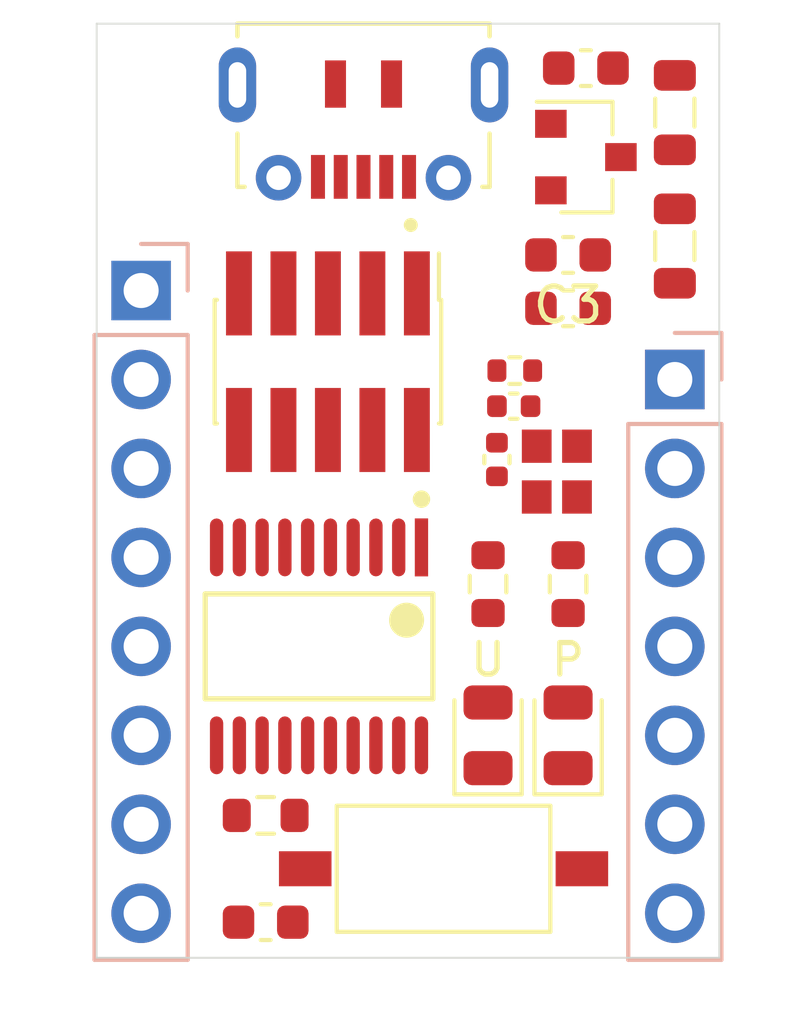
<source format=kicad_pcb>
(kicad_pcb (version 20171130) (host pcbnew "(5.1.10)-1")

  (general
    (thickness 1.6)
    (drawings 6)
    (tracks 0)
    (zones 0)
    (modules 22)
    (nets 35)
  )

  (page A4)
  (layers
    (0 F.Cu signal)
    (31 B.Cu signal)
    (32 B.Adhes user)
    (33 F.Adhes user)
    (34 B.Paste user)
    (35 F.Paste user)
    (36 B.SilkS user)
    (37 F.SilkS user)
    (38 B.Mask user)
    (39 F.Mask user)
    (40 Dwgs.User user)
    (41 Cmts.User user)
    (42 Eco1.User user)
    (43 Eco2.User user)
    (44 Edge.Cuts user)
    (45 Margin user)
    (46 B.CrtYd user)
    (47 F.CrtYd user)
    (48 B.Fab user)
    (49 F.Fab user hide)
  )

  (setup
    (last_trace_width 0.25)
    (trace_clearance 0.2)
    (zone_clearance 0.508)
    (zone_45_only no)
    (trace_min 0.2)
    (via_size 0.8)
    (via_drill 0.4)
    (via_min_size 0.4)
    (via_min_drill 0.3)
    (uvia_size 0.3)
    (uvia_drill 0.1)
    (uvias_allowed no)
    (uvia_min_size 0.2)
    (uvia_min_drill 0.1)
    (edge_width 0.05)
    (segment_width 0.2)
    (pcb_text_width 0.3)
    (pcb_text_size 1.5 1.5)
    (mod_edge_width 0.12)
    (mod_text_size 1 1)
    (mod_text_width 0.15)
    (pad_size 1.524 1.524)
    (pad_drill 0.762)
    (pad_to_mask_clearance 0)
    (aux_axis_origin 0 0)
    (visible_elements FFFFFF7F)
    (pcbplotparams
      (layerselection 0x010fc_ffffffff)
      (usegerberextensions false)
      (usegerberattributes true)
      (usegerberadvancedattributes true)
      (creategerberjobfile true)
      (excludeedgelayer true)
      (linewidth 0.100000)
      (plotframeref false)
      (viasonmask false)
      (mode 1)
      (useauxorigin false)
      (hpglpennumber 1)
      (hpglpenspeed 20)
      (hpglpendiameter 15.000000)
      (psnegative false)
      (psa4output false)
      (plotreference true)
      (plotvalue true)
      (plotinvisibletext false)
      (padsonsilk false)
      (subtractmaskfromsilk false)
      (outputformat 1)
      (mirror false)
      (drillshape 1)
      (scaleselection 1)
      (outputdirectory ""))
  )

  (net 0 "")
  (net 1 GND)
  (net 2 "Net-(C1-Pad1)")
  (net 3 "Net-(C2-Pad1)")
  (net 4 +3V3)
  (net 5 "Net-(C5-Pad2)")
  (net 6 "Net-(C6-Pad1)")
  (net 7 "Net-(D1-Pad2)")
  (net 8 "Net-(D2-Pad2)")
  (net 9 +5V)
  (net 10 "Net-(FB1-Pad1)")
  (net 11 "Net-(J1-Pad6)")
  (net 12 "Net-(J1-Pad4)")
  (net 13 "Net-(J1-Pad3)")
  (net 14 "Net-(J1-Pad2)")
  (net 15 NRESET)
  (net 16 "Net-(J2-Pad8)")
  (net 17 "Net-(J2-Pad7)")
  (net 18 "Net-(J2-Pad6)")
  (net 19 SWDCLK)
  (net 20 SWDIO)
  (net 21 A0)
  (net 22 A1)
  (net 23 A2)
  (net 24 A3)
  (net 25 A4)
  (net 26 A5)
  (net 27 A6)
  (net 28 A7)
  (net 29 UART_RX)
  (net 30 UART_TX)
  (net 31 I2C_SCL)
  (net 32 I2C_SDA)
  (net 33 LED_USER)
  (net 34 "Net-(R4-Pad1)")

  (net_class Default "This is the default net class."
    (clearance 0.2)
    (trace_width 0.25)
    (via_dia 0.8)
    (via_drill 0.4)
    (uvia_dia 0.3)
    (uvia_drill 0.1)
    (add_net +3V3)
    (add_net +5V)
    (add_net A0)
    (add_net A1)
    (add_net A2)
    (add_net A3)
    (add_net A4)
    (add_net A5)
    (add_net A6)
    (add_net A7)
    (add_net GND)
    (add_net I2C_SCL)
    (add_net I2C_SDA)
    (add_net LED_USER)
    (add_net NRESET)
    (add_net "Net-(C1-Pad1)")
    (add_net "Net-(C2-Pad1)")
    (add_net "Net-(C5-Pad2)")
    (add_net "Net-(C6-Pad1)")
    (add_net "Net-(D1-Pad2)")
    (add_net "Net-(D2-Pad2)")
    (add_net "Net-(FB1-Pad1)")
    (add_net "Net-(J1-Pad2)")
    (add_net "Net-(J1-Pad3)")
    (add_net "Net-(J1-Pad4)")
    (add_net "Net-(J1-Pad6)")
    (add_net "Net-(J2-Pad6)")
    (add_net "Net-(J2-Pad7)")
    (add_net "Net-(J2-Pad8)")
    (add_net "Net-(R4-Pad1)")
    (add_net SWDCLK)
    (add_net SWDIO)
    (add_net UART_RX)
    (add_net UART_TX)
  )

  (module devboard-stm32g030f6p6:osc_ssd_7F32000E12UCG (layer F.Cu) (tedit 618B0C38) (tstamp 618DA267)
    (at 115.436 83.185 270)
    (path /618EA730)
    (fp_text reference Y1 (at 1.45 -2.66 90) (layer F.SilkS) hide
      (effects (font (size 1 1) (thickness 0.15)))
    )
    (fp_text value 32MHz (at 1.45 -3.93 90) (layer F.Fab)
      (effects (font (size 1 1) (thickness 0.15)))
    )
    (pad 4 smd rect (at 0 -1.15 270) (size 0.95 0.85) (layers F.Cu F.Paste F.Mask)
      (net 6 "Net-(C6-Pad1)"))
    (pad 3 smd rect (at 1.45 -1.15 270) (size 0.95 0.85) (layers F.Cu F.Paste F.Mask)
      (net 1 GND))
    (pad 2 smd rect (at 1.45 0 270) (size 0.95 0.85) (layers F.Cu F.Paste F.Mask)
      (net 5 "Net-(C5-Pad2)"))
    (pad 1 smd rect (at 0 0 270) (size 0.95 0.85) (layers F.Cu F.Paste F.Mask)
      (net 1 GND))
  )

  (module Package_TO_SOT_SMD:SOT-23 (layer F.Cu) (tedit 5A02FF57) (tstamp 618DA25F)
    (at 116.84 74.93)
    (descr "SOT-23, Standard")
    (tags SOT-23)
    (path /618B3187)
    (attr smd)
    (fp_text reference U2 (at 0 -2.5) (layer F.SilkS) hide
      (effects (font (size 1 1) (thickness 0.15)))
    )
    (fp_text value XC6206P332MR (at 0 2.5) (layer F.Fab)
      (effects (font (size 1 1) (thickness 0.15)))
    )
    (fp_text user %R (at 0 0 90) (layer F.Fab)
      (effects (font (size 0.5 0.5) (thickness 0.075)))
    )
    (fp_line (start -0.7 -0.95) (end -0.7 1.5) (layer F.Fab) (width 0.1))
    (fp_line (start -0.15 -1.52) (end 0.7 -1.52) (layer F.Fab) (width 0.1))
    (fp_line (start -0.7 -0.95) (end -0.15 -1.52) (layer F.Fab) (width 0.1))
    (fp_line (start 0.7 -1.52) (end 0.7 1.52) (layer F.Fab) (width 0.1))
    (fp_line (start -0.7 1.52) (end 0.7 1.52) (layer F.Fab) (width 0.1))
    (fp_line (start 0.76 1.58) (end 0.76 0.65) (layer F.SilkS) (width 0.12))
    (fp_line (start 0.76 -1.58) (end 0.76 -0.65) (layer F.SilkS) (width 0.12))
    (fp_line (start -1.7 -1.75) (end 1.7 -1.75) (layer F.CrtYd) (width 0.05))
    (fp_line (start 1.7 -1.75) (end 1.7 1.75) (layer F.CrtYd) (width 0.05))
    (fp_line (start 1.7 1.75) (end -1.7 1.75) (layer F.CrtYd) (width 0.05))
    (fp_line (start -1.7 1.75) (end -1.7 -1.75) (layer F.CrtYd) (width 0.05))
    (fp_line (start 0.76 -1.58) (end -1.4 -1.58) (layer F.SilkS) (width 0.12))
    (fp_line (start 0.76 1.58) (end -0.7 1.58) (layer F.SilkS) (width 0.12))
    (pad 3 smd rect (at 1 0) (size 0.9 0.8) (layers F.Cu F.Paste F.Mask)
      (net 3 "Net-(C2-Pad1)"))
    (pad 2 smd rect (at -1 0.95) (size 0.9 0.8) (layers F.Cu F.Paste F.Mask)
      (net 4 +3V3))
    (pad 1 smd rect (at -1 -0.95) (size 0.9 0.8) (layers F.Cu F.Paste F.Mask)
      (net 1 GND))
    (model ${KISYS3DMOD}/Package_TO_SOT_SMD.3dshapes/SOT-23.wrl
      (at (xyz 0 0 0))
      (scale (xyz 1 1 1))
      (rotate (xyz 0 0 0))
    )
  )

  (module eec:STMicroelectronics-TSSOP20-YA-0-3-IPC_B (layer F.Cu) (tedit 5EF165E5) (tstamp 618DA24A)
    (at 109.22 88.9 270)
    (path /618ADFC0)
    (fp_text reference U1 (at -0.762 -8.89 180) (layer F.SilkS) hide
      (effects (font (size 1 1) (thickness 0.15)) (justify right))
    )
    (fp_text value STM32G030F6P6 (at 0 0 180) (layer F.SilkS) hide
      (effects (font (size 1.27 1.27) (thickness 0.15)))
    )
    (fp_line (start -2.2 3.25) (end -2.2 -3.25) (layer F.Fab) (width 0.15))
    (fp_line (start -2.2 -3.25) (end 2.2 -3.25) (layer F.Fab) (width 0.15))
    (fp_line (start 2.2 -3.25) (end 2.2 3.25) (layer F.Fab) (width 0.15))
    (fp_line (start 2.2 3.25) (end -2.2 3.25) (layer F.Fab) (width 0.15))
    (fp_line (start 3.8281 -3.425) (end 3.8281 -3.425) (layer F.CrtYd) (width 0.15))
    (fp_line (start 3.8281 -3.425) (end -3.8281 -3.425) (layer F.CrtYd) (width 0.15))
    (fp_line (start -3.8281 -3.425) (end -3.8281 3.425) (layer F.CrtYd) (width 0.15))
    (fp_line (start -3.8281 3.425) (end 3.8281 3.425) (layer F.CrtYd) (width 0.15))
    (fp_line (start 3.8281 3.425) (end 3.8281 -3.425) (layer F.CrtYd) (width 0.15))
    (fp_line (start -1.497864 3.25) (end -1.497864 -3.25) (layer F.SilkS) (width 0.15))
    (fp_line (start -1.497864 -3.25) (end 1.497864 -3.25) (layer F.SilkS) (width 0.15))
    (fp_line (start 1.497864 -3.25) (end 1.497864 3.25) (layer F.SilkS) (width 0.15))
    (fp_line (start 1.497864 3.25) (end -1.497864 3.25) (layer F.SilkS) (width 0.15))
    (fp_circle (center -0.747864 -2.5) (end -0.497864 -2.5) (layer F.SilkS) (width 0.5))
    (fp_circle (center -4.2031 -2.925) (end -4.0781 -2.925) (layer F.SilkS) (width 0.25))
    (pad 20 smd roundrect (at 2.825482 -2.925 270) (size 1.655236 0.380766) (layers F.Cu F.Paste F.Mask) (roundrect_rratio 0.5)
      (net 30 UART_TX))
    (pad 19 smd roundrect (at 2.825482 -2.275 270) (size 1.655236 0.380766) (layers F.Cu F.Paste F.Mask) (roundrect_rratio 0.5)
      (net 19 SWDCLK))
    (pad 18 smd roundrect (at 2.825482 -1.625 270) (size 1.655236 0.380766) (layers F.Cu F.Paste F.Mask) (roundrect_rratio 0.5)
      (net 20 SWDIO))
    (pad 17 smd roundrect (at 2.825482 -0.975 270) (size 1.655236 0.380766) (layers F.Cu F.Paste F.Mask) (roundrect_rratio 0.5)
      (net 32 I2C_SDA))
    (pad 16 smd roundrect (at 2.825482 -0.325 270) (size 1.655236 0.380766) (layers F.Cu F.Paste F.Mask) (roundrect_rratio 0.5)
      (net 31 I2C_SCL))
    (pad 15 smd roundrect (at 2.825482 0.325 270) (size 1.655236 0.380766) (layers F.Cu F.Paste F.Mask) (roundrect_rratio 0.5)
      (net 33 LED_USER))
    (pad 14 smd roundrect (at 2.825482 0.975 270) (size 1.655236 0.380766) (layers F.Cu F.Paste F.Mask) (roundrect_rratio 0.5)
      (net 28 A7))
    (pad 13 smd roundrect (at 2.825482 1.625 270) (size 1.655236 0.380766) (layers F.Cu F.Paste F.Mask) (roundrect_rratio 0.5)
      (net 27 A6))
    (pad 12 smd roundrect (at 2.825482 2.275 270) (size 1.655236 0.380766) (layers F.Cu F.Paste F.Mask) (roundrect_rratio 0.5)
      (net 26 A5))
    (pad 11 smd roundrect (at 2.825482 2.925 270) (size 1.655236 0.380766) (layers F.Cu F.Paste F.Mask) (roundrect_rratio 0.5)
      (net 25 A4))
    (pad 10 smd roundrect (at -2.825482 2.925 270) (size 1.655236 0.380766) (layers F.Cu F.Paste F.Mask) (roundrect_rratio 0.5)
      (net 24 A3))
    (pad 9 smd roundrect (at -2.825482 2.275 270) (size 1.655236 0.380766) (layers F.Cu F.Paste F.Mask) (roundrect_rratio 0.5)
      (net 23 A2))
    (pad 8 smd roundrect (at -2.825482 1.625 270) (size 1.655236 0.380766) (layers F.Cu F.Paste F.Mask) (roundrect_rratio 0.5)
      (net 22 A1))
    (pad 7 smd roundrect (at -2.825482 0.975 270) (size 1.655236 0.380766) (layers F.Cu F.Paste F.Mask) (roundrect_rratio 0.5)
      (net 21 A0))
    (pad 6 smd roundrect (at -2.825482 0.325 270) (size 1.655236 0.380766) (layers F.Cu F.Paste F.Mask) (roundrect_rratio 0.5)
      (net 15 NRESET))
    (pad 5 smd roundrect (at -2.825482 -0.325 270) (size 1.655236 0.380766) (layers F.Cu F.Paste F.Mask) (roundrect_rratio 0.5)
      (net 1 GND))
    (pad 4 smd roundrect (at -2.825482 -0.975 270) (size 1.655236 0.380766) (layers F.Cu F.Paste F.Mask) (roundrect_rratio 0.5)
      (net 4 +3V3))
    (pad 3 smd roundrect (at -2.825482 -1.625 270) (size 1.655236 0.380766) (layers F.Cu F.Paste F.Mask) (roundrect_rratio 0.5)
      (net 34 "Net-(R4-Pad1)"))
    (pad 2 smd roundrect (at -2.825482 -2.275 270) (size 1.655236 0.380766) (layers F.Cu F.Paste F.Mask) (roundrect_rratio 0.5)
      (net 5 "Net-(C5-Pad2)"))
    (pad 1 smd rect (at -2.825482 -2.925 270) (size 1.655236 0.380766) (layers F.Cu F.Paste F.Mask)
      (net 29 UART_RX))
    (model eec.models/STMicroelectronics_-_STM32G030F6P6.step
      (at (xyz 0 0 0))
      (scale (xyz 1 1 1))
      (rotate (xyz 0 0 0))
    )
  )

  (module devboard-stm32g030f6p6:button_ts_1092s_b3d2_g (layer F.Cu) (tedit 618B1526) (tstamp 618DA223)
    (at 112.776 95.25)
    (path /6195DF25)
    (fp_text reference SW1 (at 0 0) (layer F.SilkS) hide
      (effects (font (size 1 1) (thickness 0.15)))
    )
    (fp_text value Reset (at 0.667 -4.861) (layer F.Fab)
      (effects (font (size 1 1) (thickness 0.15)))
    )
    (fp_line (start -3.05 -1.8) (end -3.05 1.8) (layer F.SilkS) (width 0.12))
    (fp_line (start -3.05 1.8) (end 3.05 1.8) (layer F.SilkS) (width 0.12))
    (fp_line (start 3.05 1.8) (end 3.05 -1.8) (layer F.SilkS) (width 0.12))
    (fp_line (start 3.05 -1.8) (end -3.05 -1.8) (layer F.SilkS) (width 0.12))
    (pad 1 smd rect (at -3.95 0) (size 1.5 1) (layers F.Cu F.Paste F.Mask)
      (net 2 "Net-(C1-Pad1)"))
    (pad 2 smd rect (at 3.95 0) (size 1.5 1) (layers F.Cu F.Paste F.Mask)
      (net 1 GND))
  )

  (module Resistor_SMD:R_0402_1005Metric (layer F.Cu) (tedit 5F68FEEE) (tstamp 618DA219)
    (at 114.81 81.026)
    (descr "Resistor SMD 0402 (1005 Metric), square (rectangular) end terminal, IPC_7351 nominal, (Body size source: IPC-SM-782 page 72, https://www.pcb-3d.com/wordpress/wp-content/uploads/ipc-sm-782a_amendment_1_and_2.pdf), generated with kicad-footprint-generator")
    (tags resistor)
    (path /618F1DE3)
    (attr smd)
    (fp_text reference R4 (at 0 -1.17) (layer F.SilkS) hide
      (effects (font (size 1 1) (thickness 0.15)))
    )
    (fp_text value 330 (at 0 1.17) (layer F.Fab)
      (effects (font (size 1 1) (thickness 0.15)))
    )
    (fp_text user %R (at 0 0) (layer F.Fab)
      (effects (font (size 0.26 0.26) (thickness 0.04)))
    )
    (fp_line (start -0.525 0.27) (end -0.525 -0.27) (layer F.Fab) (width 0.1))
    (fp_line (start -0.525 -0.27) (end 0.525 -0.27) (layer F.Fab) (width 0.1))
    (fp_line (start 0.525 -0.27) (end 0.525 0.27) (layer F.Fab) (width 0.1))
    (fp_line (start 0.525 0.27) (end -0.525 0.27) (layer F.Fab) (width 0.1))
    (fp_line (start -0.153641 -0.38) (end 0.153641 -0.38) (layer F.SilkS) (width 0.12))
    (fp_line (start -0.153641 0.38) (end 0.153641 0.38) (layer F.SilkS) (width 0.12))
    (fp_line (start -0.93 0.47) (end -0.93 -0.47) (layer F.CrtYd) (width 0.05))
    (fp_line (start -0.93 -0.47) (end 0.93 -0.47) (layer F.CrtYd) (width 0.05))
    (fp_line (start 0.93 -0.47) (end 0.93 0.47) (layer F.CrtYd) (width 0.05))
    (fp_line (start 0.93 0.47) (end -0.93 0.47) (layer F.CrtYd) (width 0.05))
    (pad 2 smd roundrect (at 0.51 0) (size 0.54 0.64) (layers F.Cu F.Paste F.Mask) (roundrect_rratio 0.25)
      (net 6 "Net-(C6-Pad1)"))
    (pad 1 smd roundrect (at -0.51 0) (size 0.54 0.64) (layers F.Cu F.Paste F.Mask) (roundrect_rratio 0.25)
      (net 34 "Net-(R4-Pad1)"))
    (model ${KISYS3DMOD}/Resistor_SMD.3dshapes/R_0402_1005Metric.wrl
      (at (xyz 0 0 0))
      (scale (xyz 1 1 1))
      (rotate (xyz 0 0 0))
    )
  )

  (module Resistor_SMD:R_0603_1608Metric (layer F.Cu) (tedit 5F68FEEE) (tstamp 618DA208)
    (at 107.696 93.726)
    (descr "Resistor SMD 0603 (1608 Metric), square (rectangular) end terminal, IPC_7351 nominal, (Body size source: IPC-SM-782 page 72, https://www.pcb-3d.com/wordpress/wp-content/uploads/ipc-sm-782a_amendment_1_and_2.pdf), generated with kicad-footprint-generator")
    (tags resistor)
    (path /61959E92)
    (attr smd)
    (fp_text reference R3 (at 2.54 0) (layer F.SilkS) hide
      (effects (font (size 1 1) (thickness 0.15)))
    )
    (fp_text value 330 (at 0 1.43) (layer F.Fab)
      (effects (font (size 1 1) (thickness 0.15)))
    )
    (fp_text user %R (at 0 0) (layer F.Fab)
      (effects (font (size 0.4 0.4) (thickness 0.06)))
    )
    (fp_line (start -0.8 0.4125) (end -0.8 -0.4125) (layer F.Fab) (width 0.1))
    (fp_line (start -0.8 -0.4125) (end 0.8 -0.4125) (layer F.Fab) (width 0.1))
    (fp_line (start 0.8 -0.4125) (end 0.8 0.4125) (layer F.Fab) (width 0.1))
    (fp_line (start 0.8 0.4125) (end -0.8 0.4125) (layer F.Fab) (width 0.1))
    (fp_line (start -0.237258 -0.5225) (end 0.237258 -0.5225) (layer F.SilkS) (width 0.12))
    (fp_line (start -0.237258 0.5225) (end 0.237258 0.5225) (layer F.SilkS) (width 0.12))
    (fp_line (start -1.48 0.73) (end -1.48 -0.73) (layer F.CrtYd) (width 0.05))
    (fp_line (start -1.48 -0.73) (end 1.48 -0.73) (layer F.CrtYd) (width 0.05))
    (fp_line (start 1.48 -0.73) (end 1.48 0.73) (layer F.CrtYd) (width 0.05))
    (fp_line (start 1.48 0.73) (end -1.48 0.73) (layer F.CrtYd) (width 0.05))
    (pad 2 smd roundrect (at 0.825 0) (size 0.8 0.95) (layers F.Cu F.Paste F.Mask) (roundrect_rratio 0.25)
      (net 2 "Net-(C1-Pad1)"))
    (pad 1 smd roundrect (at -0.825 0) (size 0.8 0.95) (layers F.Cu F.Paste F.Mask) (roundrect_rratio 0.25)
      (net 15 NRESET))
    (model ${KISYS3DMOD}/Resistor_SMD.3dshapes/R_0603_1608Metric.wrl
      (at (xyz 0 0 0))
      (scale (xyz 1 1 1))
      (rotate (xyz 0 0 0))
    )
  )

  (module Resistor_SMD:R_0603_1608Metric (layer F.Cu) (tedit 5F68FEEE) (tstamp 618DA1F7)
    (at 116.332 87.122 270)
    (descr "Resistor SMD 0603 (1608 Metric), square (rectangular) end terminal, IPC_7351 nominal, (Body size source: IPC-SM-782 page 72, https://www.pcb-3d.com/wordpress/wp-content/uploads/ipc-sm-782a_amendment_1_and_2.pdf), generated with kicad-footprint-generator")
    (tags resistor)
    (path /6193C9A1)
    (attr smd)
    (fp_text reference R2 (at 0 -1.43 90) (layer F.SilkS) hide
      (effects (font (size 1 1) (thickness 0.15)))
    )
    (fp_text value 10k (at 0 1.43 90) (layer F.Fab)
      (effects (font (size 1 1) (thickness 0.15)))
    )
    (fp_text user %R (at 0 0 90) (layer F.Fab)
      (effects (font (size 0.4 0.4) (thickness 0.06)))
    )
    (fp_line (start -0.8 0.4125) (end -0.8 -0.4125) (layer F.Fab) (width 0.1))
    (fp_line (start -0.8 -0.4125) (end 0.8 -0.4125) (layer F.Fab) (width 0.1))
    (fp_line (start 0.8 -0.4125) (end 0.8 0.4125) (layer F.Fab) (width 0.1))
    (fp_line (start 0.8 0.4125) (end -0.8 0.4125) (layer F.Fab) (width 0.1))
    (fp_line (start -0.237258 -0.5225) (end 0.237258 -0.5225) (layer F.SilkS) (width 0.12))
    (fp_line (start -0.237258 0.5225) (end 0.237258 0.5225) (layer F.SilkS) (width 0.12))
    (fp_line (start -1.48 0.73) (end -1.48 -0.73) (layer F.CrtYd) (width 0.05))
    (fp_line (start -1.48 -0.73) (end 1.48 -0.73) (layer F.CrtYd) (width 0.05))
    (fp_line (start 1.48 -0.73) (end 1.48 0.73) (layer F.CrtYd) (width 0.05))
    (fp_line (start 1.48 0.73) (end -1.48 0.73) (layer F.CrtYd) (width 0.05))
    (pad 2 smd roundrect (at 0.825 0 270) (size 0.8 0.95) (layers F.Cu F.Paste F.Mask) (roundrect_rratio 0.25)
      (net 8 "Net-(D2-Pad2)"))
    (pad 1 smd roundrect (at -0.825 0 270) (size 0.8 0.95) (layers F.Cu F.Paste F.Mask) (roundrect_rratio 0.25)
      (net 4 +3V3))
    (model ${KISYS3DMOD}/Resistor_SMD.3dshapes/R_0603_1608Metric.wrl
      (at (xyz 0 0 0))
      (scale (xyz 1 1 1))
      (rotate (xyz 0 0 0))
    )
  )

  (module Resistor_SMD:R_0603_1608Metric (layer F.Cu) (tedit 5F68FEEE) (tstamp 618DA1E6)
    (at 114.046 87.122 270)
    (descr "Resistor SMD 0603 (1608 Metric), square (rectangular) end terminal, IPC_7351 nominal, (Body size source: IPC-SM-782 page 72, https://www.pcb-3d.com/wordpress/wp-content/uploads/ipc-sm-782a_amendment_1_and_2.pdf), generated with kicad-footprint-generator")
    (tags resistor)
    (path /61939803)
    (attr smd)
    (fp_text reference R1 (at 0 -1.43 90) (layer F.SilkS) hide
      (effects (font (size 1 1) (thickness 0.15)))
    )
    (fp_text value 10k (at 0 1.43 90) (layer F.Fab)
      (effects (font (size 1 1) (thickness 0.15)))
    )
    (fp_text user %R (at 0 0 90) (layer F.Fab)
      (effects (font (size 0.4 0.4) (thickness 0.06)))
    )
    (fp_line (start -0.8 0.4125) (end -0.8 -0.4125) (layer F.Fab) (width 0.1))
    (fp_line (start -0.8 -0.4125) (end 0.8 -0.4125) (layer F.Fab) (width 0.1))
    (fp_line (start 0.8 -0.4125) (end 0.8 0.4125) (layer F.Fab) (width 0.1))
    (fp_line (start 0.8 0.4125) (end -0.8 0.4125) (layer F.Fab) (width 0.1))
    (fp_line (start -0.237258 -0.5225) (end 0.237258 -0.5225) (layer F.SilkS) (width 0.12))
    (fp_line (start -0.237258 0.5225) (end 0.237258 0.5225) (layer F.SilkS) (width 0.12))
    (fp_line (start -1.48 0.73) (end -1.48 -0.73) (layer F.CrtYd) (width 0.05))
    (fp_line (start -1.48 -0.73) (end 1.48 -0.73) (layer F.CrtYd) (width 0.05))
    (fp_line (start 1.48 -0.73) (end 1.48 0.73) (layer F.CrtYd) (width 0.05))
    (fp_line (start 1.48 0.73) (end -1.48 0.73) (layer F.CrtYd) (width 0.05))
    (pad 2 smd roundrect (at 0.825 0 270) (size 0.8 0.95) (layers F.Cu F.Paste F.Mask) (roundrect_rratio 0.25)
      (net 7 "Net-(D1-Pad2)"))
    (pad 1 smd roundrect (at -0.825 0 270) (size 0.8 0.95) (layers F.Cu F.Paste F.Mask) (roundrect_rratio 0.25)
      (net 33 LED_USER))
    (model ${KISYS3DMOD}/Resistor_SMD.3dshapes/R_0603_1608Metric.wrl
      (at (xyz 0 0 0))
      (scale (xyz 1 1 1))
      (rotate (xyz 0 0 0))
    )
  )

  (module Connector_PinHeader_2.54mm:PinHeader_1x07_P2.54mm_Vertical (layer B.Cu) (tedit 59FED5CC) (tstamp 618DA1D5)
    (at 119.38 81.28 180)
    (descr "Through hole straight pin header, 1x07, 2.54mm pitch, single row")
    (tags "Through hole pin header THT 1x07 2.54mm single row")
    (path /619143D3)
    (fp_text reference J4 (at 0 2.33) (layer B.SilkS) hide
      (effects (font (size 1 1) (thickness 0.15)) (justify mirror))
    )
    (fp_text value Pins_Left (at 0 -17.57) (layer B.Fab)
      (effects (font (size 1 1) (thickness 0.15)) (justify mirror))
    )
    (fp_text user %R (at 0 -7.62 270) (layer B.Fab)
      (effects (font (size 1 1) (thickness 0.15)) (justify mirror))
    )
    (fp_line (start -0.635 1.27) (end 1.27 1.27) (layer B.Fab) (width 0.1))
    (fp_line (start 1.27 1.27) (end 1.27 -16.51) (layer B.Fab) (width 0.1))
    (fp_line (start 1.27 -16.51) (end -1.27 -16.51) (layer B.Fab) (width 0.1))
    (fp_line (start -1.27 -16.51) (end -1.27 0.635) (layer B.Fab) (width 0.1))
    (fp_line (start -1.27 0.635) (end -0.635 1.27) (layer B.Fab) (width 0.1))
    (fp_line (start -1.33 -16.57) (end 1.33 -16.57) (layer B.SilkS) (width 0.12))
    (fp_line (start -1.33 -1.27) (end -1.33 -16.57) (layer B.SilkS) (width 0.12))
    (fp_line (start 1.33 -1.27) (end 1.33 -16.57) (layer B.SilkS) (width 0.12))
    (fp_line (start -1.33 -1.27) (end 1.33 -1.27) (layer B.SilkS) (width 0.12))
    (fp_line (start -1.33 0) (end -1.33 1.33) (layer B.SilkS) (width 0.12))
    (fp_line (start -1.33 1.33) (end 0 1.33) (layer B.SilkS) (width 0.12))
    (fp_line (start -1.8 1.8) (end -1.8 -17.05) (layer B.CrtYd) (width 0.05))
    (fp_line (start -1.8 -17.05) (end 1.8 -17.05) (layer B.CrtYd) (width 0.05))
    (fp_line (start 1.8 -17.05) (end 1.8 1.8) (layer B.CrtYd) (width 0.05))
    (fp_line (start 1.8 1.8) (end -1.8 1.8) (layer B.CrtYd) (width 0.05))
    (pad 7 thru_hole oval (at 0 -15.24 180) (size 1.7 1.7) (drill 1) (layers *.Cu *.Mask)
      (net 31 I2C_SCL))
    (pad 6 thru_hole oval (at 0 -12.7 180) (size 1.7 1.7) (drill 1) (layers *.Cu *.Mask)
      (net 32 I2C_SDA))
    (pad 5 thru_hole oval (at 0 -10.16 180) (size 1.7 1.7) (drill 1) (layers *.Cu *.Mask)
      (net 30 UART_TX))
    (pad 4 thru_hole oval (at 0 -7.62 180) (size 1.7 1.7) (drill 1) (layers *.Cu *.Mask)
      (net 29 UART_RX))
    (pad 3 thru_hole oval (at 0 -5.08 180) (size 1.7 1.7) (drill 1) (layers *.Cu *.Mask)
      (net 1 GND))
    (pad 2 thru_hole oval (at 0 -2.54 180) (size 1.7 1.7) (drill 1) (layers *.Cu *.Mask)
      (net 4 +3V3))
    (pad 1 thru_hole rect (at 0 0 180) (size 1.7 1.7) (drill 1) (layers *.Cu *.Mask)
      (net 9 +5V))
    (model ${KISYS3DMOD}/Connector_PinHeader_2.54mm.3dshapes/PinHeader_1x07_P2.54mm_Vertical.wrl
      (at (xyz 0 0 0))
      (scale (xyz 1 1 1))
      (rotate (xyz 0 0 0))
    )
  )

  (module Connector_PinHeader_2.54mm:PinHeader_1x08_P2.54mm_Vertical (layer B.Cu) (tedit 59FED5CC) (tstamp 618DA1BA)
    (at 104.14 78.74 180)
    (descr "Through hole straight pin header, 1x08, 2.54mm pitch, single row")
    (tags "Through hole pin header THT 1x08 2.54mm single row")
    (path /61913943)
    (fp_text reference J3 (at 0 2.33) (layer B.SilkS) hide
      (effects (font (size 1 1) (thickness 0.15)) (justify mirror))
    )
    (fp_text value Pins_Right (at 0 -20.11) (layer B.Fab)
      (effects (font (size 1 1) (thickness 0.15)) (justify mirror))
    )
    (fp_text user %R (at 0 -8.89 270) (layer B.Fab)
      (effects (font (size 1 1) (thickness 0.15)) (justify mirror))
    )
    (fp_line (start -0.635 1.27) (end 1.27 1.27) (layer B.Fab) (width 0.1))
    (fp_line (start 1.27 1.27) (end 1.27 -19.05) (layer B.Fab) (width 0.1))
    (fp_line (start 1.27 -19.05) (end -1.27 -19.05) (layer B.Fab) (width 0.1))
    (fp_line (start -1.27 -19.05) (end -1.27 0.635) (layer B.Fab) (width 0.1))
    (fp_line (start -1.27 0.635) (end -0.635 1.27) (layer B.Fab) (width 0.1))
    (fp_line (start -1.33 -19.11) (end 1.33 -19.11) (layer B.SilkS) (width 0.12))
    (fp_line (start -1.33 -1.27) (end -1.33 -19.11) (layer B.SilkS) (width 0.12))
    (fp_line (start 1.33 -1.27) (end 1.33 -19.11) (layer B.SilkS) (width 0.12))
    (fp_line (start -1.33 -1.27) (end 1.33 -1.27) (layer B.SilkS) (width 0.12))
    (fp_line (start -1.33 0) (end -1.33 1.33) (layer B.SilkS) (width 0.12))
    (fp_line (start -1.33 1.33) (end 0 1.33) (layer B.SilkS) (width 0.12))
    (fp_line (start -1.8 1.8) (end -1.8 -19.55) (layer B.CrtYd) (width 0.05))
    (fp_line (start -1.8 -19.55) (end 1.8 -19.55) (layer B.CrtYd) (width 0.05))
    (fp_line (start 1.8 -19.55) (end 1.8 1.8) (layer B.CrtYd) (width 0.05))
    (fp_line (start 1.8 1.8) (end -1.8 1.8) (layer B.CrtYd) (width 0.05))
    (pad 8 thru_hole oval (at 0 -17.78 180) (size 1.7 1.7) (drill 1) (layers *.Cu *.Mask)
      (net 28 A7))
    (pad 7 thru_hole oval (at 0 -15.24 180) (size 1.7 1.7) (drill 1) (layers *.Cu *.Mask)
      (net 27 A6))
    (pad 6 thru_hole oval (at 0 -12.7 180) (size 1.7 1.7) (drill 1) (layers *.Cu *.Mask)
      (net 26 A5))
    (pad 5 thru_hole oval (at 0 -10.16 180) (size 1.7 1.7) (drill 1) (layers *.Cu *.Mask)
      (net 25 A4))
    (pad 4 thru_hole oval (at 0 -7.62 180) (size 1.7 1.7) (drill 1) (layers *.Cu *.Mask)
      (net 24 A3))
    (pad 3 thru_hole oval (at 0 -5.08 180) (size 1.7 1.7) (drill 1) (layers *.Cu *.Mask)
      (net 23 A2))
    (pad 2 thru_hole oval (at 0 -2.54 180) (size 1.7 1.7) (drill 1) (layers *.Cu *.Mask)
      (net 22 A1))
    (pad 1 thru_hole rect (at 0 0 180) (size 1.7 1.7) (drill 1) (layers *.Cu *.Mask)
      (net 21 A0))
    (model ${KISYS3DMOD}/Connector_PinHeader_2.54mm.3dshapes/PinHeader_1x08_P2.54mm_Vertical.wrl
      (at (xyz 0 0 0))
      (scale (xyz 1 1 1))
      (rotate (xyz 0 0 0))
    )
  )

  (module Connector_PinHeader_1.27mm:PinHeader_2x05_P1.27mm_Vertical_SMD (layer F.Cu) (tedit 59FED6E3) (tstamp 618DA19E)
    (at 109.474 80.772 270)
    (descr "surface-mounted straight pin header, 2x05, 1.27mm pitch, double rows")
    (tags "Surface mounted pin header SMD 2x05 1.27mm double row")
    (path /618CDED0)
    (attr smd)
    (fp_text reference J2 (at 0 -4.235 90) (layer F.SilkS) hide
      (effects (font (size 1 1) (thickness 0.15)))
    )
    (fp_text value Conn_ARM_JTAG_SWD_10 (at 0 4.235 90) (layer F.Fab)
      (effects (font (size 1 1) (thickness 0.15)))
    )
    (fp_text user %R (at 0 0) (layer F.Fab)
      (effects (font (size 1 1) (thickness 0.15)))
    )
    (fp_line (start 1.705 3.175) (end -1.705 3.175) (layer F.Fab) (width 0.1))
    (fp_line (start -1.27 -3.175) (end 1.705 -3.175) (layer F.Fab) (width 0.1))
    (fp_line (start -1.705 3.175) (end -1.705 -2.74) (layer F.Fab) (width 0.1))
    (fp_line (start -1.705 -2.74) (end -1.27 -3.175) (layer F.Fab) (width 0.1))
    (fp_line (start 1.705 -3.175) (end 1.705 3.175) (layer F.Fab) (width 0.1))
    (fp_line (start -1.705 -2.74) (end -2.75 -2.74) (layer F.Fab) (width 0.1))
    (fp_line (start -2.75 -2.74) (end -2.75 -2.34) (layer F.Fab) (width 0.1))
    (fp_line (start -2.75 -2.34) (end -1.705 -2.34) (layer F.Fab) (width 0.1))
    (fp_line (start 1.705 -2.74) (end 2.75 -2.74) (layer F.Fab) (width 0.1))
    (fp_line (start 2.75 -2.74) (end 2.75 -2.34) (layer F.Fab) (width 0.1))
    (fp_line (start 2.75 -2.34) (end 1.705 -2.34) (layer F.Fab) (width 0.1))
    (fp_line (start -1.705 -1.47) (end -2.75 -1.47) (layer F.Fab) (width 0.1))
    (fp_line (start -2.75 -1.47) (end -2.75 -1.07) (layer F.Fab) (width 0.1))
    (fp_line (start -2.75 -1.07) (end -1.705 -1.07) (layer F.Fab) (width 0.1))
    (fp_line (start 1.705 -1.47) (end 2.75 -1.47) (layer F.Fab) (width 0.1))
    (fp_line (start 2.75 -1.47) (end 2.75 -1.07) (layer F.Fab) (width 0.1))
    (fp_line (start 2.75 -1.07) (end 1.705 -1.07) (layer F.Fab) (width 0.1))
    (fp_line (start -1.705 -0.2) (end -2.75 -0.2) (layer F.Fab) (width 0.1))
    (fp_line (start -2.75 -0.2) (end -2.75 0.2) (layer F.Fab) (width 0.1))
    (fp_line (start -2.75 0.2) (end -1.705 0.2) (layer F.Fab) (width 0.1))
    (fp_line (start 1.705 -0.2) (end 2.75 -0.2) (layer F.Fab) (width 0.1))
    (fp_line (start 2.75 -0.2) (end 2.75 0.2) (layer F.Fab) (width 0.1))
    (fp_line (start 2.75 0.2) (end 1.705 0.2) (layer F.Fab) (width 0.1))
    (fp_line (start -1.705 1.07) (end -2.75 1.07) (layer F.Fab) (width 0.1))
    (fp_line (start -2.75 1.07) (end -2.75 1.47) (layer F.Fab) (width 0.1))
    (fp_line (start -2.75 1.47) (end -1.705 1.47) (layer F.Fab) (width 0.1))
    (fp_line (start 1.705 1.07) (end 2.75 1.07) (layer F.Fab) (width 0.1))
    (fp_line (start 2.75 1.07) (end 2.75 1.47) (layer F.Fab) (width 0.1))
    (fp_line (start 2.75 1.47) (end 1.705 1.47) (layer F.Fab) (width 0.1))
    (fp_line (start -1.705 2.34) (end -2.75 2.34) (layer F.Fab) (width 0.1))
    (fp_line (start -2.75 2.34) (end -2.75 2.74) (layer F.Fab) (width 0.1))
    (fp_line (start -2.75 2.74) (end -1.705 2.74) (layer F.Fab) (width 0.1))
    (fp_line (start 1.705 2.34) (end 2.75 2.34) (layer F.Fab) (width 0.1))
    (fp_line (start 2.75 2.34) (end 2.75 2.74) (layer F.Fab) (width 0.1))
    (fp_line (start 2.75 2.74) (end 1.705 2.74) (layer F.Fab) (width 0.1))
    (fp_line (start -1.765 -3.235) (end 1.765 -3.235) (layer F.SilkS) (width 0.12))
    (fp_line (start -1.765 3.235) (end 1.765 3.235) (layer F.SilkS) (width 0.12))
    (fp_line (start -3.09 -3.17) (end -1.765 -3.17) (layer F.SilkS) (width 0.12))
    (fp_line (start -1.765 -3.235) (end -1.765 -3.17) (layer F.SilkS) (width 0.12))
    (fp_line (start 1.765 -3.235) (end 1.765 -3.17) (layer F.SilkS) (width 0.12))
    (fp_line (start -1.765 3.17) (end -1.765 3.235) (layer F.SilkS) (width 0.12))
    (fp_line (start 1.765 3.17) (end 1.765 3.235) (layer F.SilkS) (width 0.12))
    (fp_line (start -4.3 -3.7) (end -4.3 3.7) (layer F.CrtYd) (width 0.05))
    (fp_line (start -4.3 3.7) (end 4.3 3.7) (layer F.CrtYd) (width 0.05))
    (fp_line (start 4.3 3.7) (end 4.3 -3.7) (layer F.CrtYd) (width 0.05))
    (fp_line (start 4.3 -3.7) (end -4.3 -3.7) (layer F.CrtYd) (width 0.05))
    (pad 10 smd rect (at 1.95 2.54 270) (size 2.4 0.74) (layers F.Cu F.Paste F.Mask)
      (net 15 NRESET))
    (pad 9 smd rect (at -1.95 2.54 270) (size 2.4 0.74) (layers F.Cu F.Paste F.Mask)
      (net 1 GND))
    (pad 8 smd rect (at 1.95 1.27 270) (size 2.4 0.74) (layers F.Cu F.Paste F.Mask)
      (net 16 "Net-(J2-Pad8)"))
    (pad 7 smd rect (at -1.95 1.27 270) (size 2.4 0.74) (layers F.Cu F.Paste F.Mask)
      (net 17 "Net-(J2-Pad7)"))
    (pad 6 smd rect (at 1.95 0 270) (size 2.4 0.74) (layers F.Cu F.Paste F.Mask)
      (net 18 "Net-(J2-Pad6)"))
    (pad 5 smd rect (at -1.95 0 270) (size 2.4 0.74) (layers F.Cu F.Paste F.Mask)
      (net 1 GND))
    (pad 4 smd rect (at 1.95 -1.27 270) (size 2.4 0.74) (layers F.Cu F.Paste F.Mask)
      (net 19 SWDCLK))
    (pad 3 smd rect (at -1.95 -1.27 270) (size 2.4 0.74) (layers F.Cu F.Paste F.Mask)
      (net 1 GND))
    (pad 2 smd rect (at 1.95 -2.54 270) (size 2.4 0.74) (layers F.Cu F.Paste F.Mask)
      (net 20 SWDIO))
    (pad 1 smd rect (at -1.95 -2.54 270) (size 2.4 0.74) (layers F.Cu F.Paste F.Mask)
      (net 4 +3V3))
    (model ${KISYS3DMOD}/Connector_PinHeader_1.27mm.3dshapes/PinHeader_2x05_P1.27mm_Vertical_SMD.wrl
      (at (xyz 0 0 0))
      (scale (xyz 1 1 1))
      (rotate (xyz 0 0 0))
    )
  )

  (module MICROXNJ:SHOUHAN_MICROXNJ (layer F.Cu) (tedit 618D38B6) (tstamp 618DA161)
    (at 110.49 71.12)
    (descr <b>MICROXNJ-1</b><br>)
    (path /618B2918)
    (fp_text reference J1 (at -1.025 6.735) (layer F.SilkS) hide
      (effects (font (size 1 1) (thickness 0.15)))
    )
    (fp_text value USB_B_Micro (at 5.96 8.235) (layer F.Fab)
      (effects (font (size 1 1) (thickness 0.15)))
    )
    (fp_text user PCB-EDGE (at 4.35 -0.15) (layer F.Fab)
      (effects (font (size 0.48 0.48) (thickness 0.15)))
    )
    (fp_line (start 3.6 0) (end 3.6 0.36) (layer F.SilkS) (width 0.127))
    (fp_line (start -3.6 0) (end 3.6 0) (layer F.SilkS) (width 0.127))
    (fp_line (start -3.6 0.36) (end -3.6 0) (layer F.SilkS) (width 0.127))
    (fp_circle (center 1.35 5.75) (end 1.45 5.75) (layer F.Fab) (width 0.2))
    (fp_circle (center 1.35 5.75) (end 1.45 5.75) (layer F.SilkS) (width 0.2))
    (fp_line (start -4.385 5.3) (end -4.385 -0.65) (layer F.CrtYd) (width 0.05))
    (fp_line (start 4.385 5.3) (end -4.385 5.3) (layer F.CrtYd) (width 0.05))
    (fp_line (start 4.385 -0.65) (end 4.385 5.3) (layer F.CrtYd) (width 0.05))
    (fp_line (start -4.385 -0.65) (end 4.385 -0.65) (layer F.CrtYd) (width 0.05))
    (fp_line (start -4.2 0) (end 6 0) (layer F.Fab) (width 0.127))
    (fp_line (start 3.6 4.66) (end 3.395 4.66) (layer F.SilkS) (width 0.127))
    (fp_line (start 3.6 3.14) (end 3.6 4.66) (layer F.SilkS) (width 0.127))
    (fp_line (start -3.6 4.66) (end -3.395 4.66) (layer F.SilkS) (width 0.127))
    (fp_line (start -3.6 3.14) (end -3.6 4.66) (layer F.SilkS) (width 0.127))
    (fp_line (start -3.6 4.66) (end -3.6 -0.4) (layer F.Fab) (width 0.127))
    (fp_line (start 3.6 4.66) (end -3.6 4.66) (layer F.Fab) (width 0.127))
    (fp_line (start 3.6 -0.4) (end 3.6 4.66) (layer F.Fab) (width 0.127))
    (fp_line (start -3.6 -0.4) (end 3.6 -0.4) (layer F.Fab) (width 0.127))
    (pad 6 smd rect (at -0.8 1.725) (size 0.6 1.35) (layers F.Cu F.Paste F.Mask)
      (net 11 "Net-(J1-Pad6)"))
    (pad 6 smd rect (at 0.8 1.725) (size 0.6 1.35) (layers F.Cu F.Paste F.Mask)
      (net 11 "Net-(J1-Pad6)"))
    (pad "" thru_hole oval (at -3.6 1.75) (size 1.07 2.14) (drill oval 0.5 1.3) (layers *.Cu *.Mask))
    (pad "" thru_hole oval (at 3.6 1.75) (size 1.07 2.14) (drill oval 0.5 1.3) (layers *.Cu *.Mask))
    (pad "" thru_hole circle (at -2.425 4.4) (size 1.3 1.3) (drill 0.7) (layers *.Cu *.Mask))
    (pad "" thru_hole circle (at 2.425 4.4) (size 1.3 1.3) (drill 0.7) (layers *.Cu *.Mask))
    (pad 5 smd rect (at -1.3 4.375) (size 0.4 1.25) (layers F.Cu F.Paste F.Mask)
      (net 1 GND))
    (pad 4 smd rect (at -0.65 4.375) (size 0.4 1.25) (layers F.Cu F.Paste F.Mask)
      (net 12 "Net-(J1-Pad4)"))
    (pad 3 smd rect (at 0 4.375) (size 0.4 1.25) (layers F.Cu F.Paste F.Mask)
      (net 13 "Net-(J1-Pad3)"))
    (pad 2 smd rect (at 0.65 4.375) (size 0.4 1.25) (layers F.Cu F.Paste F.Mask)
      (net 14 "Net-(J1-Pad2)"))
    (pad 1 smd rect (at 1.3 4.375) (size 0.4 1.25) (layers F.Cu F.Paste F.Mask)
      (net 10 "Net-(FB1-Pad1)"))
  )

  (module Inductor_SMD:L_0805_2012Metric (layer F.Cu) (tedit 5F68FEF0) (tstamp 618DA13F)
    (at 119.38 73.66 90)
    (descr "Inductor SMD 0805 (2012 Metric), square (rectangular) end terminal, IPC_7351 nominal, (Body size source: IPC-SM-782 page 80, https://www.pcb-3d.com/wordpress/wp-content/uploads/ipc-sm-782a_amendment_1_and_2.pdf), generated with kicad-footprint-generator")
    (tags inductor)
    (path /618BA776)
    (attr smd)
    (fp_text reference FB2 (at 0 -1.55 90) (layer F.SilkS) hide
      (effects (font (size 1 1) (thickness 0.15)))
    )
    (fp_text value 100 (at 0 1.55 90) (layer F.Fab)
      (effects (font (size 1 1) (thickness 0.15)))
    )
    (fp_text user %R (at 0 0 90) (layer F.Fab)
      (effects (font (size 0.5 0.5) (thickness 0.08)))
    )
    (fp_line (start -1 0.45) (end -1 -0.45) (layer F.Fab) (width 0.1))
    (fp_line (start -1 -0.45) (end 1 -0.45) (layer F.Fab) (width 0.1))
    (fp_line (start 1 -0.45) (end 1 0.45) (layer F.Fab) (width 0.1))
    (fp_line (start 1 0.45) (end -1 0.45) (layer F.Fab) (width 0.1))
    (fp_line (start -0.399622 -0.56) (end 0.399622 -0.56) (layer F.SilkS) (width 0.12))
    (fp_line (start -0.399622 0.56) (end 0.399622 0.56) (layer F.SilkS) (width 0.12))
    (fp_line (start -1.75 0.85) (end -1.75 -0.85) (layer F.CrtYd) (width 0.05))
    (fp_line (start -1.75 -0.85) (end 1.75 -0.85) (layer F.CrtYd) (width 0.05))
    (fp_line (start 1.75 -0.85) (end 1.75 0.85) (layer F.CrtYd) (width 0.05))
    (fp_line (start 1.75 0.85) (end -1.75 0.85) (layer F.CrtYd) (width 0.05))
    (pad 2 smd roundrect (at 1.0625 0 90) (size 0.875 1.2) (layers F.Cu F.Paste F.Mask) (roundrect_rratio 0.25)
      (net 3 "Net-(C2-Pad1)"))
    (pad 1 smd roundrect (at -1.0625 0 90) (size 0.875 1.2) (layers F.Cu F.Paste F.Mask) (roundrect_rratio 0.25)
      (net 10 "Net-(FB1-Pad1)"))
    (model ${KISYS3DMOD}/Inductor_SMD.3dshapes/L_0805_2012Metric.wrl
      (at (xyz 0 0 0))
      (scale (xyz 1 1 1))
      (rotate (xyz 0 0 0))
    )
  )

  (module Inductor_SMD:L_0805_2012Metric (layer F.Cu) (tedit 5F68FEF0) (tstamp 618DA12E)
    (at 119.38 77.47 270)
    (descr "Inductor SMD 0805 (2012 Metric), square (rectangular) end terminal, IPC_7351 nominal, (Body size source: IPC-SM-782 page 80, https://www.pcb-3d.com/wordpress/wp-content/uploads/ipc-sm-782a_amendment_1_and_2.pdf), generated with kicad-footprint-generator")
    (tags inductor)
    (path /618C9F54)
    (attr smd)
    (fp_text reference FB1 (at 0 -1.55 90) (layer F.SilkS) hide
      (effects (font (size 1 1) (thickness 0.15)))
    )
    (fp_text value 100 (at 0 1.55 90) (layer F.Fab)
      (effects (font (size 1 1) (thickness 0.15)))
    )
    (fp_text user %R (at 0 0 90) (layer F.Fab)
      (effects (font (size 0.5 0.5) (thickness 0.08)))
    )
    (fp_line (start -1 0.45) (end -1 -0.45) (layer F.Fab) (width 0.1))
    (fp_line (start -1 -0.45) (end 1 -0.45) (layer F.Fab) (width 0.1))
    (fp_line (start 1 -0.45) (end 1 0.45) (layer F.Fab) (width 0.1))
    (fp_line (start 1 0.45) (end -1 0.45) (layer F.Fab) (width 0.1))
    (fp_line (start -0.399622 -0.56) (end 0.399622 -0.56) (layer F.SilkS) (width 0.12))
    (fp_line (start -0.399622 0.56) (end 0.399622 0.56) (layer F.SilkS) (width 0.12))
    (fp_line (start -1.75 0.85) (end -1.75 -0.85) (layer F.CrtYd) (width 0.05))
    (fp_line (start -1.75 -0.85) (end 1.75 -0.85) (layer F.CrtYd) (width 0.05))
    (fp_line (start 1.75 -0.85) (end 1.75 0.85) (layer F.CrtYd) (width 0.05))
    (fp_line (start 1.75 0.85) (end -1.75 0.85) (layer F.CrtYd) (width 0.05))
    (pad 2 smd roundrect (at 1.0625 0 270) (size 0.875 1.2) (layers F.Cu F.Paste F.Mask) (roundrect_rratio 0.25)
      (net 9 +5V))
    (pad 1 smd roundrect (at -1.0625 0 270) (size 0.875 1.2) (layers F.Cu F.Paste F.Mask) (roundrect_rratio 0.25)
      (net 10 "Net-(FB1-Pad1)"))
    (model ${KISYS3DMOD}/Inductor_SMD.3dshapes/L_0805_2012Metric.wrl
      (at (xyz 0 0 0))
      (scale (xyz 1 1 1))
      (rotate (xyz 0 0 0))
    )
  )

  (module LED_SMD:LED_0805_2012Metric (layer F.Cu) (tedit 5F68FEF1) (tstamp 618DA11D)
    (at 116.332 91.44 90)
    (descr "LED SMD 0805 (2012 Metric), square (rectangular) end terminal, IPC_7351 nominal, (Body size source: https://docs.google.com/spreadsheets/d/1BsfQQcO9C6DZCsRaXUlFlo91Tg2WpOkGARC1WS5S8t0/edit?usp=sharing), generated with kicad-footprint-generator")
    (tags LED)
    (path /61937CEE)
    (attr smd)
    (fp_text reference D2 (at 0 -1.65 90) (layer F.SilkS) hide
      (effects (font (size 1 1) (thickness 0.15)))
    )
    (fp_text value Power (at 0 1.65 90) (layer F.Fab)
      (effects (font (size 1 1) (thickness 0.15)))
    )
    (fp_text user %R (at 0 0 90) (layer F.Fab)
      (effects (font (size 0.5 0.5) (thickness 0.08)))
    )
    (fp_line (start 1 -0.6) (end -0.7 -0.6) (layer F.Fab) (width 0.1))
    (fp_line (start -0.7 -0.6) (end -1 -0.3) (layer F.Fab) (width 0.1))
    (fp_line (start -1 -0.3) (end -1 0.6) (layer F.Fab) (width 0.1))
    (fp_line (start -1 0.6) (end 1 0.6) (layer F.Fab) (width 0.1))
    (fp_line (start 1 0.6) (end 1 -0.6) (layer F.Fab) (width 0.1))
    (fp_line (start 1 -0.96) (end -1.685 -0.96) (layer F.SilkS) (width 0.12))
    (fp_line (start -1.685 -0.96) (end -1.685 0.96) (layer F.SilkS) (width 0.12))
    (fp_line (start -1.685 0.96) (end 1 0.96) (layer F.SilkS) (width 0.12))
    (fp_line (start -1.68 0.95) (end -1.68 -0.95) (layer F.CrtYd) (width 0.05))
    (fp_line (start -1.68 -0.95) (end 1.68 -0.95) (layer F.CrtYd) (width 0.05))
    (fp_line (start 1.68 -0.95) (end 1.68 0.95) (layer F.CrtYd) (width 0.05))
    (fp_line (start 1.68 0.95) (end -1.68 0.95) (layer F.CrtYd) (width 0.05))
    (pad 2 smd roundrect (at 0.9375 0 90) (size 0.975 1.4) (layers F.Cu F.Paste F.Mask) (roundrect_rratio 0.25)
      (net 8 "Net-(D2-Pad2)"))
    (pad 1 smd roundrect (at -0.9375 0 90) (size 0.975 1.4) (layers F.Cu F.Paste F.Mask) (roundrect_rratio 0.25)
      (net 1 GND))
    (model ${KISYS3DMOD}/LED_SMD.3dshapes/LED_0805_2012Metric.wrl
      (at (xyz 0 0 0))
      (scale (xyz 1 1 1))
      (rotate (xyz 0 0 0))
    )
  )

  (module LED_SMD:LED_0805_2012Metric (layer F.Cu) (tedit 5F68FEF1) (tstamp 618DA10A)
    (at 114.046 91.44 90)
    (descr "LED SMD 0805 (2012 Metric), square (rectangular) end terminal, IPC_7351 nominal, (Body size source: https://docs.google.com/spreadsheets/d/1BsfQQcO9C6DZCsRaXUlFlo91Tg2WpOkGARC1WS5S8t0/edit?usp=sharing), generated with kicad-footprint-generator")
    (tags LED)
    (path /619370CD)
    (attr smd)
    (fp_text reference D1 (at 0 -1.65 90) (layer F.SilkS) hide
      (effects (font (size 1 1) (thickness 0.15)))
    )
    (fp_text value User (at 0 1.65 90) (layer F.Fab)
      (effects (font (size 1 1) (thickness 0.15)))
    )
    (fp_text user %R (at 0 0 90) (layer F.Fab)
      (effects (font (size 0.5 0.5) (thickness 0.08)))
    )
    (fp_line (start 1 -0.6) (end -0.7 -0.6) (layer F.Fab) (width 0.1))
    (fp_line (start -0.7 -0.6) (end -1 -0.3) (layer F.Fab) (width 0.1))
    (fp_line (start -1 -0.3) (end -1 0.6) (layer F.Fab) (width 0.1))
    (fp_line (start -1 0.6) (end 1 0.6) (layer F.Fab) (width 0.1))
    (fp_line (start 1 0.6) (end 1 -0.6) (layer F.Fab) (width 0.1))
    (fp_line (start 1 -0.96) (end -1.685 -0.96) (layer F.SilkS) (width 0.12))
    (fp_line (start -1.685 -0.96) (end -1.685 0.96) (layer F.SilkS) (width 0.12))
    (fp_line (start -1.685 0.96) (end 1 0.96) (layer F.SilkS) (width 0.12))
    (fp_line (start -1.68 0.95) (end -1.68 -0.95) (layer F.CrtYd) (width 0.05))
    (fp_line (start -1.68 -0.95) (end 1.68 -0.95) (layer F.CrtYd) (width 0.05))
    (fp_line (start 1.68 -0.95) (end 1.68 0.95) (layer F.CrtYd) (width 0.05))
    (fp_line (start 1.68 0.95) (end -1.68 0.95) (layer F.CrtYd) (width 0.05))
    (pad 2 smd roundrect (at 0.9375 0 90) (size 0.975 1.4) (layers F.Cu F.Paste F.Mask) (roundrect_rratio 0.25)
      (net 7 "Net-(D1-Pad2)"))
    (pad 1 smd roundrect (at -0.9375 0 90) (size 0.975 1.4) (layers F.Cu F.Paste F.Mask) (roundrect_rratio 0.25)
      (net 1 GND))
    (model ${KISYS3DMOD}/LED_SMD.3dshapes/LED_0805_2012Metric.wrl
      (at (xyz 0 0 0))
      (scale (xyz 1 1 1))
      (rotate (xyz 0 0 0))
    )
  )

  (module Capacitor_SMD:C_0402_1005Metric (layer F.Cu) (tedit 5F68FEEE) (tstamp 618DA0E6)
    (at 114.78 82.042 180)
    (descr "Capacitor SMD 0402 (1005 Metric), square (rectangular) end terminal, IPC_7351 nominal, (Body size source: IPC-SM-782 page 76, https://www.pcb-3d.com/wordpress/wp-content/uploads/ipc-sm-782a_amendment_1_and_2.pdf), generated with kicad-footprint-generator")
    (tags capacitor)
    (path /618F7C0D)
    (attr smd)
    (fp_text reference C6 (at 0 -1.16) (layer F.SilkS) hide
      (effects (font (size 1 1) (thickness 0.15)))
    )
    (fp_text value 12p (at 0 1.16) (layer F.Fab)
      (effects (font (size 1 1) (thickness 0.15)))
    )
    (fp_text user %R (at 0 0) (layer F.Fab)
      (effects (font (size 0.25 0.25) (thickness 0.04)))
    )
    (fp_line (start -0.5 0.25) (end -0.5 -0.25) (layer F.Fab) (width 0.1))
    (fp_line (start -0.5 -0.25) (end 0.5 -0.25) (layer F.Fab) (width 0.1))
    (fp_line (start 0.5 -0.25) (end 0.5 0.25) (layer F.Fab) (width 0.1))
    (fp_line (start 0.5 0.25) (end -0.5 0.25) (layer F.Fab) (width 0.1))
    (fp_line (start -0.107836 -0.36) (end 0.107836 -0.36) (layer F.SilkS) (width 0.12))
    (fp_line (start -0.107836 0.36) (end 0.107836 0.36) (layer F.SilkS) (width 0.12))
    (fp_line (start -0.91 0.46) (end -0.91 -0.46) (layer F.CrtYd) (width 0.05))
    (fp_line (start -0.91 -0.46) (end 0.91 -0.46) (layer F.CrtYd) (width 0.05))
    (fp_line (start 0.91 -0.46) (end 0.91 0.46) (layer F.CrtYd) (width 0.05))
    (fp_line (start 0.91 0.46) (end -0.91 0.46) (layer F.CrtYd) (width 0.05))
    (pad 2 smd roundrect (at 0.48 0 180) (size 0.56 0.62) (layers F.Cu F.Paste F.Mask) (roundrect_rratio 0.25)
      (net 1 GND))
    (pad 1 smd roundrect (at -0.48 0 180) (size 0.56 0.62) (layers F.Cu F.Paste F.Mask) (roundrect_rratio 0.25)
      (net 6 "Net-(C6-Pad1)"))
    (model ${KISYS3DMOD}/Capacitor_SMD.3dshapes/C_0402_1005Metric.wrl
      (at (xyz 0 0 0))
      (scale (xyz 1 1 1))
      (rotate (xyz 0 0 0))
    )
  )

  (module Capacitor_SMD:C_0402_1005Metric (layer F.Cu) (tedit 5F68FEEE) (tstamp 618DA0D5)
    (at 114.3 83.566 270)
    (descr "Capacitor SMD 0402 (1005 Metric), square (rectangular) end terminal, IPC_7351 nominal, (Body size source: IPC-SM-782 page 76, https://www.pcb-3d.com/wordpress/wp-content/uploads/ipc-sm-782a_amendment_1_and_2.pdf), generated with kicad-footprint-generator")
    (tags capacitor)
    (path /618F5B32)
    (attr smd)
    (fp_text reference C5 (at 0 -1.16 90) (layer F.SilkS) hide
      (effects (font (size 1 1) (thickness 0.15)))
    )
    (fp_text value 12p (at 0 1.16 90) (layer F.Fab)
      (effects (font (size 1 1) (thickness 0.15)))
    )
    (fp_text user %R (at 0 0 90) (layer F.Fab)
      (effects (font (size 0.25 0.25) (thickness 0.04)))
    )
    (fp_line (start -0.5 0.25) (end -0.5 -0.25) (layer F.Fab) (width 0.1))
    (fp_line (start -0.5 -0.25) (end 0.5 -0.25) (layer F.Fab) (width 0.1))
    (fp_line (start 0.5 -0.25) (end 0.5 0.25) (layer F.Fab) (width 0.1))
    (fp_line (start 0.5 0.25) (end -0.5 0.25) (layer F.Fab) (width 0.1))
    (fp_line (start -0.107836 -0.36) (end 0.107836 -0.36) (layer F.SilkS) (width 0.12))
    (fp_line (start -0.107836 0.36) (end 0.107836 0.36) (layer F.SilkS) (width 0.12))
    (fp_line (start -0.91 0.46) (end -0.91 -0.46) (layer F.CrtYd) (width 0.05))
    (fp_line (start -0.91 -0.46) (end 0.91 -0.46) (layer F.CrtYd) (width 0.05))
    (fp_line (start 0.91 -0.46) (end 0.91 0.46) (layer F.CrtYd) (width 0.05))
    (fp_line (start 0.91 0.46) (end -0.91 0.46) (layer F.CrtYd) (width 0.05))
    (pad 2 smd roundrect (at 0.48 0 270) (size 0.56 0.62) (layers F.Cu F.Paste F.Mask) (roundrect_rratio 0.25)
      (net 5 "Net-(C5-Pad2)"))
    (pad 1 smd roundrect (at -0.48 0 270) (size 0.56 0.62) (layers F.Cu F.Paste F.Mask) (roundrect_rratio 0.25)
      (net 1 GND))
    (model ${KISYS3DMOD}/Capacitor_SMD.3dshapes/C_0402_1005Metric.wrl
      (at (xyz 0 0 0))
      (scale (xyz 1 1 1))
      (rotate (xyz 0 0 0))
    )
  )

  (module Capacitor_SMD:C_0603_1608Metric (layer F.Cu) (tedit 5F68FEEE) (tstamp 618DA0C4)
    (at 116.332 79.248 180)
    (descr "Capacitor SMD 0603 (1608 Metric), square (rectangular) end terminal, IPC_7351 nominal, (Body size source: IPC-SM-782 page 76, https://www.pcb-3d.com/wordpress/wp-content/uploads/ipc-sm-782a_amendment_1_and_2.pdf), generated with kicad-footprint-generator")
    (tags capacitor)
    (path /618C044D)
    (attr smd)
    (fp_text reference C4 (at 0 -1.43) (layer F.SilkS) hide
      (effects (font (size 1 1) (thickness 0.15)))
    )
    (fp_text value 4.7u (at 0 1.43) (layer F.Fab)
      (effects (font (size 1 1) (thickness 0.15)))
    )
    (fp_text user %R (at 0 0) (layer F.Fab)
      (effects (font (size 0.4 0.4) (thickness 0.06)))
    )
    (fp_line (start -0.8 0.4) (end -0.8 -0.4) (layer F.Fab) (width 0.1))
    (fp_line (start -0.8 -0.4) (end 0.8 -0.4) (layer F.Fab) (width 0.1))
    (fp_line (start 0.8 -0.4) (end 0.8 0.4) (layer F.Fab) (width 0.1))
    (fp_line (start 0.8 0.4) (end -0.8 0.4) (layer F.Fab) (width 0.1))
    (fp_line (start -0.14058 -0.51) (end 0.14058 -0.51) (layer F.SilkS) (width 0.12))
    (fp_line (start -0.14058 0.51) (end 0.14058 0.51) (layer F.SilkS) (width 0.12))
    (fp_line (start -1.48 0.73) (end -1.48 -0.73) (layer F.CrtYd) (width 0.05))
    (fp_line (start -1.48 -0.73) (end 1.48 -0.73) (layer F.CrtYd) (width 0.05))
    (fp_line (start 1.48 -0.73) (end 1.48 0.73) (layer F.CrtYd) (width 0.05))
    (fp_line (start 1.48 0.73) (end -1.48 0.73) (layer F.CrtYd) (width 0.05))
    (pad 2 smd roundrect (at 0.775 0 180) (size 0.9 0.95) (layers F.Cu F.Paste F.Mask) (roundrect_rratio 0.25)
      (net 1 GND))
    (pad 1 smd roundrect (at -0.775 0 180) (size 0.9 0.95) (layers F.Cu F.Paste F.Mask) (roundrect_rratio 0.25)
      (net 4 +3V3))
    (model ${KISYS3DMOD}/Capacitor_SMD.3dshapes/C_0603_1608Metric.wrl
      (at (xyz 0 0 0))
      (scale (xyz 1 1 1))
      (rotate (xyz 0 0 0))
    )
  )

  (module Capacitor_SMD:C_0603_1608Metric (layer F.Cu) (tedit 5F68FEEE) (tstamp 618DA0B3)
    (at 116.332 77.724 180)
    (descr "Capacitor SMD 0603 (1608 Metric), square (rectangular) end terminal, IPC_7351 nominal, (Body size source: IPC-SM-782 page 76, https://www.pcb-3d.com/wordpress/wp-content/uploads/ipc-sm-782a_amendment_1_and_2.pdf), generated with kicad-footprint-generator")
    (tags capacitor)
    (path /618B4CB3)
    (attr smd)
    (fp_text reference C3 (at 0 -1.43) (layer F.SilkS)
      (effects (font (size 1 1) (thickness 0.15)))
    )
    (fp_text value 1u (at 0 1.43) (layer F.Fab)
      (effects (font (size 1 1) (thickness 0.15)))
    )
    (fp_text user %R (at 0 0) (layer F.Fab)
      (effects (font (size 0.4 0.4) (thickness 0.06)))
    )
    (fp_line (start -0.8 0.4) (end -0.8 -0.4) (layer F.Fab) (width 0.1))
    (fp_line (start -0.8 -0.4) (end 0.8 -0.4) (layer F.Fab) (width 0.1))
    (fp_line (start 0.8 -0.4) (end 0.8 0.4) (layer F.Fab) (width 0.1))
    (fp_line (start 0.8 0.4) (end -0.8 0.4) (layer F.Fab) (width 0.1))
    (fp_line (start -0.14058 -0.51) (end 0.14058 -0.51) (layer F.SilkS) (width 0.12))
    (fp_line (start -0.14058 0.51) (end 0.14058 0.51) (layer F.SilkS) (width 0.12))
    (fp_line (start -1.48 0.73) (end -1.48 -0.73) (layer F.CrtYd) (width 0.05))
    (fp_line (start -1.48 -0.73) (end 1.48 -0.73) (layer F.CrtYd) (width 0.05))
    (fp_line (start 1.48 -0.73) (end 1.48 0.73) (layer F.CrtYd) (width 0.05))
    (fp_line (start 1.48 0.73) (end -1.48 0.73) (layer F.CrtYd) (width 0.05))
    (pad 2 smd roundrect (at 0.775 0 180) (size 0.9 0.95) (layers F.Cu F.Paste F.Mask) (roundrect_rratio 0.25)
      (net 1 GND))
    (pad 1 smd roundrect (at -0.775 0 180) (size 0.9 0.95) (layers F.Cu F.Paste F.Mask) (roundrect_rratio 0.25)
      (net 4 +3V3))
    (model ${KISYS3DMOD}/Capacitor_SMD.3dshapes/C_0603_1608Metric.wrl
      (at (xyz 0 0 0))
      (scale (xyz 1 1 1))
      (rotate (xyz 0 0 0))
    )
  )

  (module Capacitor_SMD:C_0603_1608Metric (layer F.Cu) (tedit 5F68FEEE) (tstamp 618DA0A2)
    (at 116.84 72.39 180)
    (descr "Capacitor SMD 0603 (1608 Metric), square (rectangular) end terminal, IPC_7351 nominal, (Body size source: IPC-SM-782 page 76, https://www.pcb-3d.com/wordpress/wp-content/uploads/ipc-sm-782a_amendment_1_and_2.pdf), generated with kicad-footprint-generator")
    (tags capacitor)
    (path /618B58E9)
    (attr smd)
    (fp_text reference C2 (at 0 -1.43) (layer F.SilkS) hide
      (effects (font (size 1 1) (thickness 0.15)))
    )
    (fp_text value 1u (at 0 1.43) (layer F.Fab)
      (effects (font (size 1 1) (thickness 0.15)))
    )
    (fp_text user %R (at 0 0) (layer F.Fab)
      (effects (font (size 0.4 0.4) (thickness 0.06)))
    )
    (fp_line (start -0.8 0.4) (end -0.8 -0.4) (layer F.Fab) (width 0.1))
    (fp_line (start -0.8 -0.4) (end 0.8 -0.4) (layer F.Fab) (width 0.1))
    (fp_line (start 0.8 -0.4) (end 0.8 0.4) (layer F.Fab) (width 0.1))
    (fp_line (start 0.8 0.4) (end -0.8 0.4) (layer F.Fab) (width 0.1))
    (fp_line (start -0.14058 -0.51) (end 0.14058 -0.51) (layer F.SilkS) (width 0.12))
    (fp_line (start -0.14058 0.51) (end 0.14058 0.51) (layer F.SilkS) (width 0.12))
    (fp_line (start -1.48 0.73) (end -1.48 -0.73) (layer F.CrtYd) (width 0.05))
    (fp_line (start -1.48 -0.73) (end 1.48 -0.73) (layer F.CrtYd) (width 0.05))
    (fp_line (start 1.48 -0.73) (end 1.48 0.73) (layer F.CrtYd) (width 0.05))
    (fp_line (start 1.48 0.73) (end -1.48 0.73) (layer F.CrtYd) (width 0.05))
    (pad 2 smd roundrect (at 0.775 0 180) (size 0.9 0.95) (layers F.Cu F.Paste F.Mask) (roundrect_rratio 0.25)
      (net 1 GND))
    (pad 1 smd roundrect (at -0.775 0 180) (size 0.9 0.95) (layers F.Cu F.Paste F.Mask) (roundrect_rratio 0.25)
      (net 3 "Net-(C2-Pad1)"))
    (model ${KISYS3DMOD}/Capacitor_SMD.3dshapes/C_0603_1608Metric.wrl
      (at (xyz 0 0 0))
      (scale (xyz 1 1 1))
      (rotate (xyz 0 0 0))
    )
  )

  (module Capacitor_SMD:C_0603_1608Metric (layer F.Cu) (tedit 5F68FEEE) (tstamp 618DA091)
    (at 107.696 96.774)
    (descr "Capacitor SMD 0603 (1608 Metric), square (rectangular) end terminal, IPC_7351 nominal, (Body size source: IPC-SM-782 page 76, https://www.pcb-3d.com/wordpress/wp-content/uploads/ipc-sm-782a_amendment_1_and_2.pdf), generated with kicad-footprint-generator")
    (tags capacitor)
    (path /619627A4)
    (attr smd)
    (fp_text reference C1 (at 2.54 0 180) (layer F.SilkS) hide
      (effects (font (size 1 1) (thickness 0.15)))
    )
    (fp_text value 100n (at 0 1.43) (layer F.Fab)
      (effects (font (size 1 1) (thickness 0.15)))
    )
    (fp_text user %R (at 0 0) (layer F.Fab)
      (effects (font (size 0.4 0.4) (thickness 0.06)))
    )
    (fp_line (start -0.8 0.4) (end -0.8 -0.4) (layer F.Fab) (width 0.1))
    (fp_line (start -0.8 -0.4) (end 0.8 -0.4) (layer F.Fab) (width 0.1))
    (fp_line (start 0.8 -0.4) (end 0.8 0.4) (layer F.Fab) (width 0.1))
    (fp_line (start 0.8 0.4) (end -0.8 0.4) (layer F.Fab) (width 0.1))
    (fp_line (start -0.14058 -0.51) (end 0.14058 -0.51) (layer F.SilkS) (width 0.12))
    (fp_line (start -0.14058 0.51) (end 0.14058 0.51) (layer F.SilkS) (width 0.12))
    (fp_line (start -1.48 0.73) (end -1.48 -0.73) (layer F.CrtYd) (width 0.05))
    (fp_line (start -1.48 -0.73) (end 1.48 -0.73) (layer F.CrtYd) (width 0.05))
    (fp_line (start 1.48 -0.73) (end 1.48 0.73) (layer F.CrtYd) (width 0.05))
    (fp_line (start 1.48 0.73) (end -1.48 0.73) (layer F.CrtYd) (width 0.05))
    (pad 2 smd roundrect (at 0.775 0) (size 0.9 0.95) (layers F.Cu F.Paste F.Mask) (roundrect_rratio 0.25)
      (net 1 GND))
    (pad 1 smd roundrect (at -0.775 0) (size 0.9 0.95) (layers F.Cu F.Paste F.Mask) (roundrect_rratio 0.25)
      (net 2 "Net-(C1-Pad1)"))
    (model ${KISYS3DMOD}/Capacitor_SMD.3dshapes/C_0603_1608Metric.wrl
      (at (xyz 0 0 0))
      (scale (xyz 1 1 1))
      (rotate (xyz 0 0 0))
    )
  )

  (gr_text P (at 116.332 89.281) (layer F.SilkS) (tstamp 618E0CA9)
    (effects (font (size 0.9 0.9) (thickness 0.15)))
  )
  (gr_text U (at 114.046 89.281) (layer F.SilkS)
    (effects (font (size 0.9 0.9) (thickness 0.15)))
  )
  (gr_line (start 102.87 71.12) (end 102.87 97.79) (layer Edge.Cuts) (width 0.05) (tstamp 618DC4E8))
  (gr_line (start 120.65 71.12) (end 102.87 71.12) (layer Edge.Cuts) (width 0.05))
  (gr_line (start 120.65 97.79) (end 120.65 71.12) (layer Edge.Cuts) (width 0.05))
  (gr_line (start 102.87 97.79) (end 120.65 97.79) (layer Edge.Cuts) (width 0.05))

)

</source>
